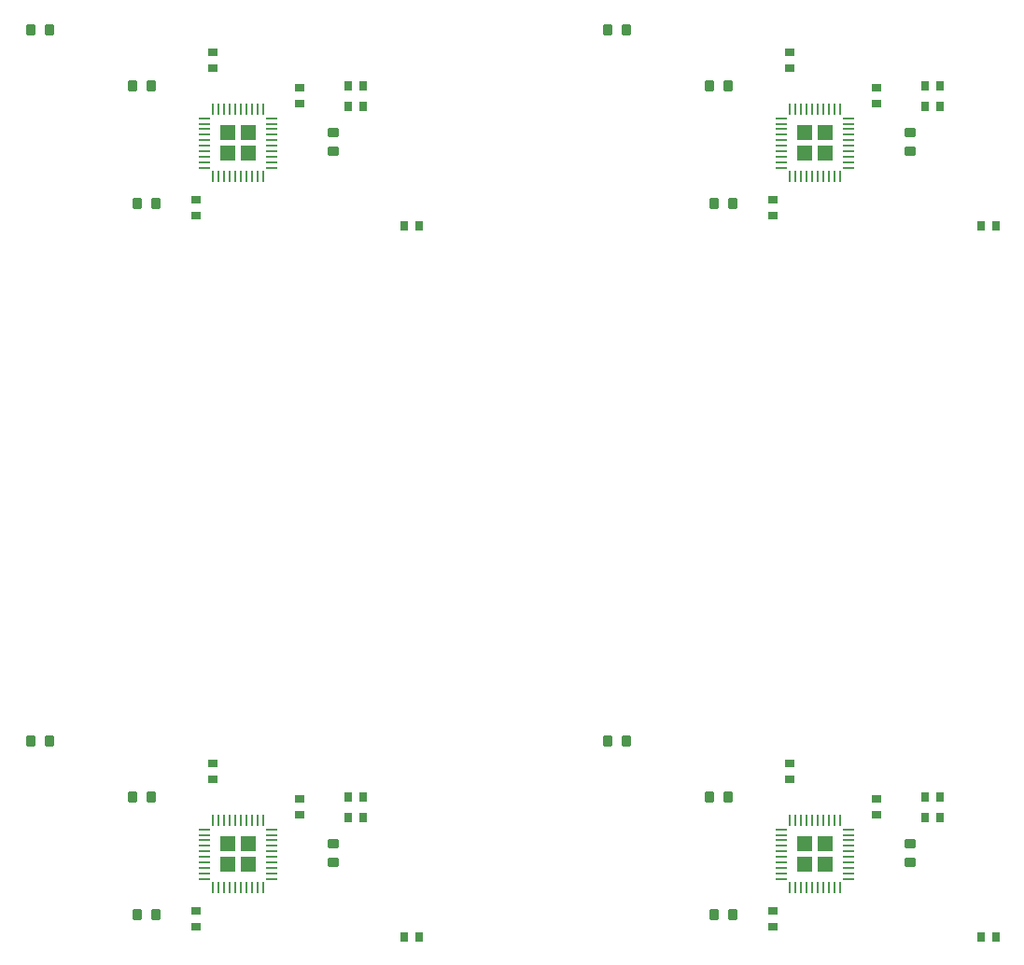
<source format=gtp>
G04 Layer_Color=8421504*
%FSLAX25Y25*%
%MOIN*%
G70*
G01*
G75*
G04:AMPARAMS|DCode=14|XSize=39.37mil|YSize=35.43mil|CornerRadius=4.43mil|HoleSize=0mil|Usage=FLASHONLY|Rotation=180.000|XOffset=0mil|YOffset=0mil|HoleType=Round|Shape=RoundedRectangle|*
%AMROUNDEDRECTD14*
21,1,0.03937,0.02657,0,0,180.0*
21,1,0.03051,0.03543,0,0,180.0*
1,1,0.00886,-0.01526,0.01329*
1,1,0.00886,0.01526,0.01329*
1,1,0.00886,0.01526,-0.01329*
1,1,0.00886,-0.01526,-0.01329*
%
%ADD14ROUNDEDRECTD14*%
%ADD15R,0.02953X0.03740*%
%ADD16R,0.03740X0.02953*%
G04:AMPARAMS|DCode=17|XSize=39.37mil|YSize=35.43mil|CornerRadius=4.43mil|HoleSize=0mil|Usage=FLASHONLY|Rotation=270.000|XOffset=0mil|YOffset=0mil|HoleType=Round|Shape=RoundedRectangle|*
%AMROUNDEDRECTD17*
21,1,0.03937,0.02657,0,0,270.0*
21,1,0.03051,0.03543,0,0,270.0*
1,1,0.00886,-0.01329,-0.01526*
1,1,0.00886,-0.01329,0.01526*
1,1,0.00886,0.01329,0.01526*
1,1,0.00886,0.01329,-0.01526*
%
%ADD17ROUNDEDRECTD17*%
%ADD35R,0.05496X0.05496*%
%ADD36O,0.04031X0.00684*%
%ADD37O,0.00684X0.04031*%
D14*
X141000Y154654D02*
D03*
Y161346D02*
D03*
X347000Y154654D02*
D03*
Y161346D02*
D03*
X141000Y408653D02*
D03*
Y415346D02*
D03*
X347000Y408653D02*
D03*
Y415346D02*
D03*
D15*
X166244Y128000D02*
D03*
X171756D02*
D03*
X146244Y178000D02*
D03*
X151756D02*
D03*
X146244Y170500D02*
D03*
X151756D02*
D03*
X372244Y128000D02*
D03*
X377756D02*
D03*
X352244Y178000D02*
D03*
X357756D02*
D03*
X352244Y170500D02*
D03*
X357756D02*
D03*
X166244Y382000D02*
D03*
X171756D02*
D03*
X146244Y432000D02*
D03*
X151756D02*
D03*
X146244Y424500D02*
D03*
X151756D02*
D03*
X372244Y382000D02*
D03*
X377756D02*
D03*
X352244Y432000D02*
D03*
X357756D02*
D03*
X352244Y424500D02*
D03*
X357756D02*
D03*
D16*
X92228Y137102D02*
D03*
Y131591D02*
D03*
X98000Y184244D02*
D03*
Y189756D02*
D03*
X129000Y171744D02*
D03*
Y177256D02*
D03*
X298228Y137102D02*
D03*
Y131591D02*
D03*
X304000Y184244D02*
D03*
Y189756D02*
D03*
X335000Y171744D02*
D03*
Y177256D02*
D03*
X92228Y391102D02*
D03*
Y385591D02*
D03*
X98000Y438244D02*
D03*
Y443756D02*
D03*
X129000Y425744D02*
D03*
Y431256D02*
D03*
X298228Y391102D02*
D03*
Y385591D02*
D03*
X304000Y438244D02*
D03*
Y443756D02*
D03*
X335000Y425744D02*
D03*
Y431256D02*
D03*
D17*
X39846Y198000D02*
D03*
X33154D02*
D03*
X69307Y178000D02*
D03*
X76000D02*
D03*
X71153Y136000D02*
D03*
X77846D02*
D03*
X245847Y198000D02*
D03*
X239154D02*
D03*
X275307Y178000D02*
D03*
X282000D02*
D03*
X277153Y136000D02*
D03*
X283846D02*
D03*
X39846Y452000D02*
D03*
X33154D02*
D03*
X69307Y432000D02*
D03*
X76000D02*
D03*
X71153Y390000D02*
D03*
X77846D02*
D03*
X245847Y452000D02*
D03*
X239154D02*
D03*
X275307Y432000D02*
D03*
X282000D02*
D03*
X277153Y390000D02*
D03*
X283846D02*
D03*
D35*
X103299Y153760D02*
D03*
X103299Y161256D02*
D03*
X110795Y161256D02*
D03*
X110795Y153760D02*
D03*
X309299Y153760D02*
D03*
X309299Y161256D02*
D03*
X316795Y161256D02*
D03*
X316795Y153760D02*
D03*
X103299Y407760D02*
D03*
X103299Y415256D02*
D03*
X110795Y415256D02*
D03*
X110795Y407760D02*
D03*
X309299Y407760D02*
D03*
X309299Y415256D02*
D03*
X316795Y415256D02*
D03*
X316795Y407760D02*
D03*
D36*
X95039Y166366D02*
D03*
Y164398D02*
D03*
Y162429D02*
D03*
Y160461D02*
D03*
Y158492D02*
D03*
Y156524D02*
D03*
Y154555D02*
D03*
Y152587D02*
D03*
Y150618D02*
D03*
Y148650D02*
D03*
X119055D02*
D03*
Y150618D02*
D03*
Y152587D02*
D03*
Y154555D02*
D03*
Y156524D02*
D03*
Y158492D02*
D03*
Y160461D02*
D03*
Y162429D02*
D03*
Y164398D02*
D03*
Y166366D02*
D03*
X301039D02*
D03*
Y164398D02*
D03*
Y162429D02*
D03*
Y160461D02*
D03*
Y158492D02*
D03*
Y156524D02*
D03*
Y154555D02*
D03*
Y152587D02*
D03*
Y150618D02*
D03*
Y148650D02*
D03*
X325055D02*
D03*
Y150618D02*
D03*
Y152587D02*
D03*
Y154555D02*
D03*
Y156524D02*
D03*
Y158492D02*
D03*
Y160461D02*
D03*
Y162429D02*
D03*
Y164398D02*
D03*
Y166366D02*
D03*
X95039Y420366D02*
D03*
Y418398D02*
D03*
Y416429D02*
D03*
Y414461D02*
D03*
Y412492D02*
D03*
Y410524D02*
D03*
Y408555D02*
D03*
Y406587D02*
D03*
Y404618D02*
D03*
Y402650D02*
D03*
X119055D02*
D03*
Y404618D02*
D03*
Y406587D02*
D03*
Y408555D02*
D03*
Y410524D02*
D03*
Y412492D02*
D03*
Y414461D02*
D03*
Y416429D02*
D03*
Y418398D02*
D03*
Y420366D02*
D03*
X301039D02*
D03*
Y418398D02*
D03*
Y416429D02*
D03*
Y414461D02*
D03*
Y412492D02*
D03*
Y410524D02*
D03*
Y408555D02*
D03*
Y406587D02*
D03*
Y404618D02*
D03*
Y402650D02*
D03*
X325055D02*
D03*
Y404618D02*
D03*
Y406587D02*
D03*
Y408555D02*
D03*
Y410524D02*
D03*
Y412492D02*
D03*
Y414461D02*
D03*
Y416429D02*
D03*
Y418398D02*
D03*
Y420366D02*
D03*
D37*
X98189Y145500D02*
D03*
X100157D02*
D03*
X102126D02*
D03*
X104095D02*
D03*
X106063D02*
D03*
X108031D02*
D03*
X110000D02*
D03*
X111969D02*
D03*
X113937D02*
D03*
X115905D02*
D03*
Y169516D02*
D03*
X113937D02*
D03*
X111969D02*
D03*
X110000D02*
D03*
X108031D02*
D03*
X106063D02*
D03*
X104095D02*
D03*
X102126D02*
D03*
X100157D02*
D03*
X98189D02*
D03*
X304189Y145500D02*
D03*
X306157D02*
D03*
X308126D02*
D03*
X310094D02*
D03*
X312063D02*
D03*
X314032D02*
D03*
X316000D02*
D03*
X317969D02*
D03*
X319937D02*
D03*
X321905D02*
D03*
Y169516D02*
D03*
X319937D02*
D03*
X317969D02*
D03*
X316000D02*
D03*
X314032D02*
D03*
X312063D02*
D03*
X310094D02*
D03*
X308126D02*
D03*
X306157D02*
D03*
X304189D02*
D03*
X98189Y399500D02*
D03*
X100157D02*
D03*
X102126D02*
D03*
X104095D02*
D03*
X106063D02*
D03*
X108031D02*
D03*
X110000D02*
D03*
X111969D02*
D03*
X113937D02*
D03*
X115905D02*
D03*
Y423516D02*
D03*
X113937D02*
D03*
X111969D02*
D03*
X110000D02*
D03*
X108031D02*
D03*
X106063D02*
D03*
X104095D02*
D03*
X102126D02*
D03*
X100157D02*
D03*
X98189D02*
D03*
X304189Y399500D02*
D03*
X306157D02*
D03*
X308126D02*
D03*
X310094D02*
D03*
X312063D02*
D03*
X314032D02*
D03*
X316000D02*
D03*
X317969D02*
D03*
X319937D02*
D03*
X321905D02*
D03*
Y423516D02*
D03*
X319937D02*
D03*
X317969D02*
D03*
X316000D02*
D03*
X314032D02*
D03*
X312063D02*
D03*
X310094D02*
D03*
X308126D02*
D03*
X306157D02*
D03*
X304189D02*
D03*
M02*

</source>
